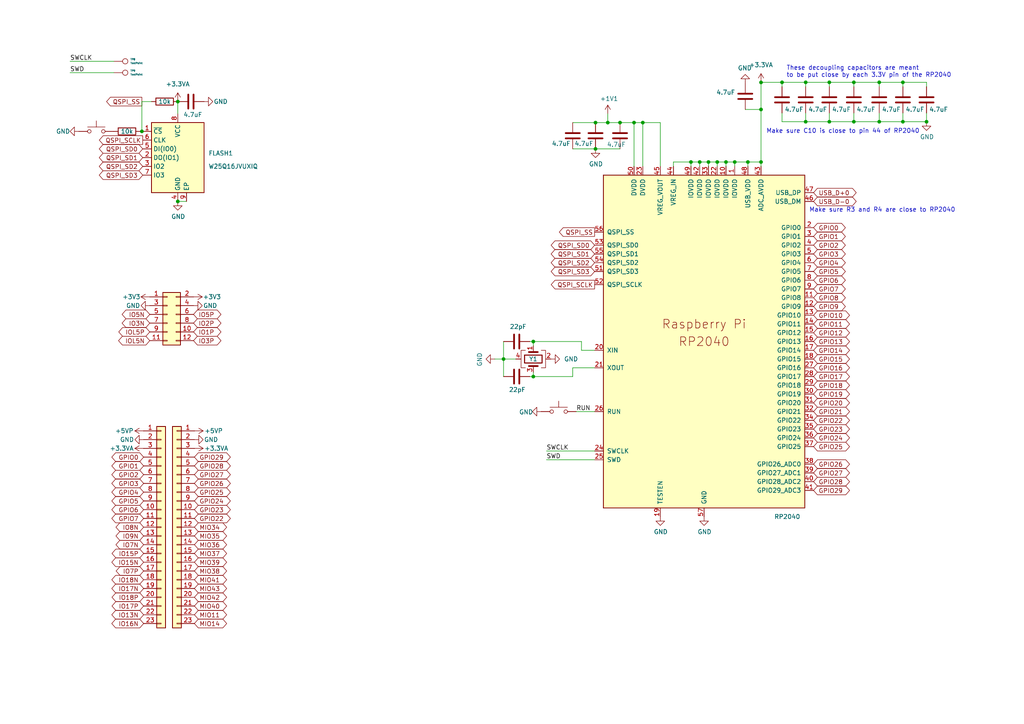
<source format=kicad_sch>
(kicad_sch (version 20231120) (generator "eeschema") (generator_version "8.0")
  (paper "A4")
  (lib_symbols
    (symbol "Connector:TestPoint" (pin_numbers hide) (pin_names (offset 0.762) hide)
      (property "Reference" "TP" (at 0 6.858 0))
      (property "Value" "TestPoint" (at 0 5.08 0))
      (symbol "TestPoint_0_1"
        (circle (center 0 3.302) (radius 0.762))
      )
      (symbol "TestPoint_1_1"
        (pin passive line (at 0 0 90) (length 2.54) (name "1") (number "1"))
      )
    )
    (symbol "Connector_Generic_MountingPin:Conn_01x23_MountingPin" (pin_names (offset 1.016) hide)
      (property "Reference" "J4" (at 2.286 0.9145 0))
      (property "Value" "Conn_01x23_MountingPin" (at 2.286 -1.6255 0))
      (symbol "Conn_01x23_MountingPin_1_1"
        (rectangle (start -1.27 -27.813) (end 0 -28.067) (stroke (width 0.1524)))
        (rectangle (start -1.27 -25.273) (end 0 -25.527) (stroke (width 0.1524)))
        (rectangle (start -1.27 -22.733) (end 0 -22.987) (stroke (width 0.1524)))
        (rectangle (start -1.27 -20.193) (end 0 -20.447) (stroke (width 0.1524)))
        (rectangle (start -1.27 -17.653) (end 0 -17.907) (stroke (width 0.1524)))
        (rectangle (start -1.27 -15.113) (end 0 -15.367) (stroke (width 0.1524)))
        (rectangle (start -1.27 -12.573) (end 0 -12.827) (stroke (width 0.1524)))
        (rectangle (start -1.27 -10.033) (end 0 -10.287) (stroke (width 0.1524)))
        (rectangle (start -1.27 -7.493) (end 0 -7.747) (stroke (width 0.1524)))
        (rectangle (start -1.27 -4.953) (end 0 -5.207) (stroke (width 0.1524)))
        (rectangle (start -1.27 -2.413) (end 0 -2.667) (stroke (width 0.1524)))
        (rectangle (start -1.27 0.127) (end 0 -0.127) (stroke (width 0.1524)))
        (rectangle (start -1.27 2.667) (end 0 2.413) (stroke (width 0.1524)))
        (rectangle (start -1.27 5.207) (end 0 4.953) (stroke (width 0.1524)))
        (rectangle (start -1.27 7.747) (end 0 7.493) (stroke (width 0.1524)))
        (rectangle (start -1.27 10.287) (end 0 10.033) (stroke (width 0.1524)))
        (rectangle (start -1.27 12.827) (end 0 12.573) (stroke (width 0.1524)))
        (rectangle (start -1.27 15.367) (end 0 15.113) (stroke (width 0.1524)))
        (rectangle (start -1.27 17.907) (end 0 17.653) (stroke (width 0.1524)))
        (rectangle (start -1.27 20.447) (end 0 20.193) (stroke (width 0.1524)))
        (rectangle (start -1.27 22.987) (end 0 22.733) (stroke (width 0.1524)))
        (rectangle (start -1.27 25.527) (end 0 25.273) (stroke (width 0.1524)))
        (rectangle (start -1.27 28.067) (end 0 27.813) (stroke (width 0.1524)))
        (rectangle (start -1.27 29.21) (end 1.27 -29.21) (stroke (width 0.254)) (fill (type background)))
        (pin passive line (at -5.08 27.94 0) (length 3.81) (name "Pin_1") (number "1"))
        (pin passive line (at -5.08 5.08 0) (length 3.81) (name "Pin_10") (number "10"))
        (pin passive line (at -5.08 2.54 0) (length 3.81) (name "Pin_11") (number "11"))
        (pin passive line (at -5.08 0 0) (length 3.81) (name "Pin_12") (number "12"))
        (pin passive line (at -5.08 -2.54 0) (length 3.81) (name "Pin_13") (number "13"))
        (pin passive line (at -5.08 -5.08 0) (length 3.81) (name "Pin_14") (number "14"))
        (pin passive line (at -5.08 -7.62 0) (length 3.81) (name "Pin_15") (number "15"))
        (pin passive line (at -5.08 -10.16 0) (length 3.81) (name "Pin_16") (number "16"))
        (pin passive line (at -5.08 -12.7 0) (length 3.81) (name "Pin_17") (number "17"))
        (pin passive line (at -5.08 -15.24 0) (length 3.81) (name "Pin_18") (number "18"))
        (pin passive line (at -5.08 -17.78 0) (length 3.81) (name "Pin_19") (number "19"))
        (pin passive line (at -5.08 25.4 0) (length 3.81) (name "Pin_2") (number "2"))
        (pin passive line (at -5.08 -20.32 0) (length 3.81) (name "Pin_20") (number "20"))
        (pin passive line (at -5.08 -22.86 0) (length 3.81) (name "Pin_21") (number "21"))
        (pin passive line (at -5.08 -25.4 0) (length 3.81) (name "Pin_22") (number "22"))
        (pin passive line (at -5.08 -27.94 0) (length 3.81) (name "Pin_23") (number "23"))
        (pin passive line (at -5.08 22.86 0) (length 3.81) (name "Pin_3") (number "3"))
        (pin passive line (at -5.08 20.32 0) (length 3.81) (name "Pin_4") (number "4"))
        (pin passive line (at -5.08 17.78 0) (length 3.81) (name "Pin_5") (number "5"))
        (pin passive line (at -5.08 15.24 0) (length 3.81) (name "Pin_6") (number "6"))
        (pin passive line (at -5.08 12.7 0) (length 3.81) (name "Pin_7") (number "7"))
        (pin passive line (at -5.08 10.16 0) (length 3.81) (name "Pin_8") (number "8"))
        (pin passive line (at -5.08 7.62 0) (length 3.81) (name "Pin_9") (number "9"))
      )
    )
    (symbol "Connector_Generic_MountingPin:Conn_02x06_Odd_Even_MountingPin" (pin_names (offset 1.016) hide)
      (property "Reference" "J3" (at 1.27 11.176 0))
      (property "Value" "Conn_02x06_Odd_Even_MountingPin" (at 1.27 8.636 0))
      (symbol "Conn_02x06_Odd_Even_MountingPin_1_1"
        (rectangle (start -1.27 -7.493) (end 0 -7.747) (stroke (width 0.1524)))
        (rectangle (start -1.27 -4.953) (end 0 -5.207) (stroke (width 0.1524)))
        (rectangle (start -1.27 -2.413) (end 0 -2.667) (stroke (width 0.1524)))
        (rectangle (start -1.27 0.127) (end 0 -0.127) (stroke (width 0.1524)))
        (rectangle (start -1.27 2.667) (end 0 2.413) (stroke (width 0.1524)))
        (rectangle (start -1.27 5.207) (end 0 4.953) (stroke (width 0.1524)))
        (rectangle (start -1.27 6.35) (end 3.81 -8.89) (stroke (width 0.254)) (fill (type background)))
        (rectangle (start 3.81 -7.493) (end 2.54 -7.747) (stroke (width 0.1524)))
        (rectangle (start 3.81 -4.953) (end 2.54 -5.207) (stroke (width 0.1524)))
        (rectangle (start 3.81 -2.413) (end 2.54 -2.667) (stroke (width 0.1524)))
        (rectangle (start 3.81 0.127) (end 2.54 -0.127) (stroke (width 0.1524)))
        (rectangle (start 3.81 2.667) (end 2.54 2.413) (stroke (width 0.1524)))
        (rectangle (start 3.81 5.207) (end 2.54 4.953) (stroke (width 0.1524)))
        (pin passive line (at -5.08 5.08 0) (length 3.81) (name "Pin_1") (number "1"))
        (pin passive line (at 7.62 -5.08 180) (length 3.81) (name "Pin_10") (number "10"))
        (pin passive line (at -5.08 -7.62 0) (length 3.81) (name "Pin_11") (number "11"))
        (pin passive line (at 7.62 -7.62 180) (length 3.81) (name "Pin_12") (number "12"))
        (pin passive line (at 7.62 5.08 180) (length 3.81) (name "Pin_2") (number "2"))
        (pin passive line (at -5.08 2.54 0) (length 3.81) (name "Pin_3") (number "3"))
        (pin passive line (at 7.62 2.54 180) (length 3.81) (name "Pin_4") (number "4"))
        (pin passive line (at -5.08 0 0) (length 3.81) (name "Pin_5") (number "5"))
        (pin passive line (at 7.62 0 180) (length 3.81) (name "Pin_6") (number "6"))
        (pin passive line (at -5.08 -2.54 0) (length 3.81) (name "Pin_7") (number "7"))
        (pin passive line (at 7.62 -2.54 180) (length 3.81) (name "Pin_8") (number "8"))
        (pin passive line (at -5.08 -5.08 0) (length 3.81) (name "Pin_9") (number "9"))
      )
    )
    (symbol "Device:C" (pin_numbers hide) (pin_names (offset 0.254))
      (property "Reference" "C" (at 0.635 2.54 0))
      (property "Value" "C" (at 0.635 -2.54 0))
      (symbol "C_0_1"
        (polyline (pts (xy -2.032 -0.762) (xy 2.032 -0.762)) (stroke (width 0.508)))
        (polyline (pts (xy -2.032 0.762) (xy 2.032 0.762)) (stroke (width 0.508)))
      )
      (symbol "C_1_1"
        (pin passive line (at 0 3.81 270) (length 2.794) (name "~") (number "1"))
        (pin passive line (at 0 -3.81 90) (length 2.794) (name "~") (number "2"))
      )
    )
    (symbol "Device:Crystal_GND24" (pin_names (offset 1.016) hide)
      (property "Reference" "Y" (at 3.175 5.08 0))
      (property "Value" "Crystal_GND24" (at 3.175 3.175 0))
      (symbol "Crystal_GND24_0_1"
        (rectangle (start -1.143 2.54) (end 1.143 -2.54) (stroke (width 0.3048)))
        (polyline (pts (xy -2.54 0) (xy -2.032 0)))
        (polyline (pts (xy -2.032 -1.27) (xy -2.032 1.27)) (stroke (width 0.508)))
        (polyline (pts (xy 0 -3.81) (xy 0 -3.556)))
        (polyline (pts (xy 0 3.556) (xy 0 3.81)))
        (polyline (pts (xy 2.032 -1.27) (xy 2.032 1.27)) (stroke (width 0.508)))
        (polyline (pts (xy 2.032 0) (xy 2.54 0)))
        (polyline (pts (xy -2.54 -2.286) (xy -2.54 -3.556) (xy 2.54 -3.556) (xy 2.54 -2.286)))
        (polyline (pts (xy -2.54 2.286) (xy -2.54 3.556) (xy 2.54 3.556) (xy 2.54 2.286)))
      )
      (symbol "Crystal_GND24_1_1"
        (pin passive line (at -3.81 0 0) (length 1.27) (name "1") (number "1"))
        (pin passive line (at 0 5.08 270) (length 1.27) (name "2") (number "2"))
        (pin passive line (at 3.81 0 180) (length 1.27) (name "3") (number "3"))
        (pin passive line (at 0 -5.08 90) (length 1.27) (name "4") (number "4"))
      )
    )
    (symbol "Device:R" (pin_numbers hide) (pin_names (offset 0))
      (property "Reference" "R" (at 2.032 0 90))
      (property "Value" "R" (at 0 0 90))
      (symbol "R_0_1"
        (rectangle (start -1.016 -2.54) (end 1.016 2.54) (stroke (width 0.254)))
      )
      (symbol "R_1_1"
        (pin passive line (at 0 3.81 270) (length 1.27) (name "~") (number "1"))
        (pin passive line (at 0 -3.81 90) (length 1.27) (name "~") (number "2"))
      )
    )
    (symbol "MCU_RaspberryPi_RP2040:RP2040" (pin_names (offset 1.016))
      (property "Reference" "U" (at -29.21 49.53 0))
      (property "Value" "RP2040" (at 24.13 -49.53 0))
      (symbol "RP2040_0_0"
        (text "Raspberry Pi" (at 0 5.08 0) (effects (font (size 2.54 2.54))))
        (text "RP2040" (at 0 0 0) (effects (font (size 2.54 2.54))))
      )
      (symbol "RP2040_0_1"
        (rectangle (start 29.21 48.26) (end -29.21 -48.26) (stroke (width 0.254)) (fill (type background)))
      )
      (symbol "RP2040_1_1"
        (pin power_in line (at 8.89 50.8 270) (length 2.54) (name "IOVDD") (number "1"))
        (pin power_in line (at 6.35 50.8 270) (length 2.54) (name "IOVDD") (number "10"))
        (pin bidirectional line (at 31.75 12.7 180) (length 2.54) (name "GPIO8") (number "11"))
        (pin bidirectional line (at 31.75 10.16 180) (length 2.54) (name "GPIO9") (number "12"))
        (pin bidirectional line (at 31.75 7.62 180) (length 2.54) (name "GPIO10") (number "13"))
        (pin bidirectional line (at 31.75 5.08 180) (length 2.54) (name "GPIO11") (number "14"))
        (pin bidirectional line (at 31.75 2.54 180) (length 2.54) (name "GPIO12") (number "15"))
        (pin bidirectional line (at 31.75 0 180) (length 2.54) (name "GPIO13") (number "16"))
        (pin bidirectional line (at 31.75 -2.54 180) (length 2.54) (name "GPIO14") (number "17"))
        (pin bidirectional line (at 31.75 -5.08 180) (length 2.54) (name "GPIO15") (number "18"))
        (pin passive line (at -12.7 -50.8 90) (length 2.54) (name "TESTEN") (number "19"))
        (pin bidirectional line (at 31.75 33.02 180) (length 2.54) (name "GPIO0") (number "2"))
        (pin input line (at -31.75 -2.54 0) (length 2.54) (name "XIN") (number "20"))
        (pin passive line (at -31.75 -7.62 0) (length 2.54) (name "XOUT") (number "21"))
        (pin power_in line (at 3.81 50.8 270) (length 2.54) (name "IOVDD") (number "22"))
        (pin power_in line (at -17.78 50.8 270) (length 2.54) (name "DVDD") (number "23"))
        (pin output line (at -31.75 -31.75 0) (length 2.54) (name "SWCLK") (number "24"))
        (pin bidirectional line (at -31.75 -34.29 0) (length 2.54) (name "SWD") (number "25"))
        (pin input line (at -31.75 -20.32 0) (length 2.54) (name "RUN") (number "26"))
        (pin bidirectional line (at 31.75 -7.62 180) (length 2.54) (name "GPIO16") (number "27"))
        (pin bidirectional line (at 31.75 -10.16 180) (length 2.54) (name "GPIO17") (number "28"))
        (pin bidirectional line (at 31.75 -12.7 180) (length 2.54) (name "GPIO18") (number "29"))
        (pin bidirectional line (at 31.75 30.48 180) (length 2.54) (name "GPIO1") (number "3"))
        (pin bidirectional line (at 31.75 -15.24 180) (length 2.54) (name "GPIO19") (number "30"))
        (pin bidirectional line (at 31.75 -17.78 180) (length 2.54) (name "GPIO20") (number "31"))
        (pin bidirectional line (at 31.75 -20.32 180) (length 2.54) (name "GPIO21") (number "32"))
        (pin power_in line (at 1.27 50.8 270) (length 2.54) (name "IOVDD") (number "33"))
        (pin bidirectional line (at 31.75 -22.86 180) (length 2.54) (name "GPIO22") (number "34"))
        (pin bidirectional line (at 31.75 -25.4 180) (length 2.54) (name "GPIO23") (number "35"))
        (pin bidirectional line (at 31.75 -27.94 180) (length 2.54) (name "GPIO24") (number "36"))
        (pin bidirectional line (at 31.75 -30.48 180) (length 2.54) (name "GPIO25") (number "37"))
        (pin bidirectional line (at 31.75 -35.56 180) (length 2.54) (name "GPIO26_ADC0") (number "38"))
        (pin bidirectional line (at 31.75 -38.1 180) (length 2.54) (name "GPIO27_ADC1") (number "39"))
        (pin bidirectional line (at 31.75 27.94 180) (length 2.54) (name "GPIO2") (number "4"))
        (pin bidirectional line (at 31.75 -40.64 180) (length 2.54) (name "GPIO28_ADC2") (number "40"))
        (pin bidirectional line (at 31.75 -43.18 180) (length 2.54) (name "GPIO29_ADC3") (number "41"))
        (pin power_in line (at -1.27 50.8 270) (length 2.54) (name "IOVDD") (number "42"))
        (pin power_in line (at 16.51 50.8 270) (length 2.54) (name "ADC_AVDD") (number "43"))
        (pin power_in line (at -8.89 50.8 270) (length 2.54) (name "VREG_IN") (number "44"))
        (pin power_out line (at -12.7 50.8 270) (length 2.54) (name "VREG_VOUT") (number "45"))
        (pin bidirectional line (at 31.75 40.64 180) (length 2.54) (name "USB_DM") (number "46"))
        (pin bidirectional line (at 31.75 43.18 180) (length 2.54) (name "USB_DP") (number "47"))
        (pin power_in line (at 12.7 50.8 270) (length 2.54) (name "USB_VDD") (number "48"))
        (pin power_in line (at -3.81 50.8 270) (length 2.54) (name "IOVDD") (number "49"))
        (pin bidirectional line (at 31.75 25.4 180) (length 2.54) (name "GPIO3") (number "5"))
        (pin power_in line (at -20.32 50.8 270) (length 2.54) (name "DVDD") (number "50"))
        (pin bidirectional line (at -31.75 20.32 0) (length 2.54) (name "QSPI_SD3") (number "51"))
        (pin output line (at -31.75 16.51 0) (length 2.54) (name "QSPI_SCLK") (number "52"))
        (pin bidirectional line (at -31.75 27.94 0) (length 2.54) (name "QSPI_SD0") (number "53"))
        (pin bidirectional line (at -31.75 22.86 0) (length 2.54) (name "QSPI_SD2") (number "54"))
        (pin bidirectional line (at -31.75 25.4 0) (length 2.54) (name "QSPI_SD1") (number "55"))
        (pin bidirectional line (at -31.75 31.75 0) (length 2.54) (name "QSPI_SS") (number "56"))
        (pin power_in line (at 0 -50.8 90) (length 2.54) (name "GND") (number "57"))
        (pin bidirectional line (at 31.75 22.86 180) (length 2.54) (name "GPIO4") (number "6"))
        (pin bidirectional line (at 31.75 20.32 180) (length 2.54) (name "GPIO5") (number "7"))
        (pin bidirectional line (at 31.75 17.78 180) (length 2.54) (name "GPIO6") (number "8"))
        (pin bidirectional line (at 31.75 15.24 180) (length 2.54) (name "GPIO7") (number "9"))
      )
    )
    (symbol "Memory_Flash:W25Q32JVZP"
      (property "Reference" "U" (at -6.35 11.43 0))
      (property "Value" "W25Q32JVZP" (at 7.62 11.43 0))
      (symbol "W25Q32JVZP_0_1"
        (rectangle (start -7.62 10.16) (end 7.62 -10.16) (stroke (width 0.254)) (fill (type background)))
      )
      (symbol "W25Q32JVZP_1_1"
        (pin input line (at -10.16 7.62 0) (length 2.54) (name "~{CS}") (number "1"))
        (pin bidirectional line (at -10.16 0 0) (length 2.54) (name "DO(IO1)") (number "2"))
        (pin bidirectional line (at -10.16 -2.54 0) (length 2.54) (name "IO2") (number "3"))
        (pin power_in line (at 0 -12.7 90) (length 2.54) (name "GND") (number "4"))
        (pin bidirectional line (at -10.16 2.54 0) (length 2.54) (name "DI(IO0)") (number "5"))
        (pin input line (at -10.16 5.08 0) (length 2.54) (name "CLK") (number "6"))
        (pin bidirectional line (at -10.16 -5.08 0) (length 2.54) (name "IO3") (number "7"))
        (pin power_in line (at 0 12.7 270) (length 2.54) (name "VCC") (number "8"))
        (pin passive line (at 2.54 -12.7 90) (length 2.54) (name "EP") (number "9"))
      )
    )
    (symbol "Switch:SW_Push" (pin_numbers hide) (pin_names (offset 1.016) hide)
      (property "Reference" "SW" (at 1.27 2.54 0))
      (property "Value" "SW_Push" (at 0 -1.524 0))
      (symbol "SW_Push_0_1"
        (circle (center -2.032 0) (radius 0.508))
        (polyline (pts (xy 0 1.27) (xy 0 3.048)))
        (polyline (pts (xy 2.54 1.27) (xy -2.54 1.27)))
        (circle (center 2.032 0) (radius 0.508))
        (pin passive line (at -5.08 0 0) (length 2.54) (name "1") (number "1"))
        (pin passive line (at 5.08 0 180) (length 2.54) (name "2") (number "2"))
      )
    )
    (symbol "power:+1V1" (power) (pin_names (offset 0))
      (property "Value" "+1V1" (at 0 3.556 0))
      (symbol "+1V1_0_1"
        (polyline (pts (xy -0.762 1.27) (xy 0 2.54)))
        (polyline (pts (xy 0 0) (xy 0 2.54)))
        (polyline (pts (xy 0 2.54) (xy 0.762 1.27)))
      )
      (symbol "+1V1_1_1"
        (pin power_in line (at 0 0 90) (length 0) hide (name "+1V1") (number "1"))
      )
    )
    (symbol "power:+3.3VA" (power) (pin_numbers hide) (pin_names (offset 0) hide)
      (property "Value" "+3.3VA" (at 0 3.556 0))
      (symbol "+3.3VA_0_1"
        (polyline (pts (xy -0.762 1.27) (xy 0 2.54)))
        (polyline (pts (xy 0 0) (xy 0 2.54)))
        (polyline (pts (xy 0 2.54) (xy 0.762 1.27)))
      )
      (symbol "+3.3VA_1_1"
        (pin power_in line (at 0 0 90) (length 0) (name "~") (number "1"))
      )
    )
    (symbol "power:+3V3" (power) (pin_names (offset 0))
      (property "Value" "+3V3" (at 0 3.556 0))
      (symbol "+3V3_0_1"
        (polyline (pts (xy -0.762 1.27) (xy 0 2.54)))
        (polyline (pts (xy 0 0) (xy 0 2.54)))
        (polyline (pts (xy 0 2.54) (xy 0.762 1.27)))
      )
      (symbol "+3V3_1_1"
        (pin power_in line (at 0 0 90) (length 0) hide (name "+3V3") (number "1"))
      )
    )
    (symbol "power:+5VP" (power) (pin_numbers hide) (pin_names (offset 0) hide)
      (property "Value" "+5VP" (at 0 3.556 0))
      (symbol "+5VP_0_1"
        (polyline (pts (xy -0.762 1.27) (xy 0 2.54)))
        (polyline (pts (xy 0 0) (xy 0 2.54)))
        (polyline (pts (xy 0 2.54) (xy 0.762 1.27)))
      )
      (symbol "+5VP_1_1"
        (pin power_in line (at 0 0 90) (length 0) (name "~") (number "1"))
      )
    )
    (symbol "power:GND" (power) (pin_names (offset 0))
      (property "Value" "GND" (at 0 -3.81 0))
      (symbol "GND_0_1"
        (polyline (pts (xy 0 0) (xy 0 -1.27) (xy 1.27 -1.27) (xy 0 -2.54) (xy -1.27 -1.27) (xy 0 -1.27)))
      )
      (symbol "GND_1_1"
        (pin power_in line (at 0 0 270) (length 0) hide (name "GND") (number "1"))
      )
    )
  )
  (junction (at 210.566 46.99))
  (junction (at 183.896 35.56))
  (junction (at 220.726 31.75))
  (junction (at 202.946 46.99))
  (junction (at 172.72 35.56))
  (junction (at 240.538 35.306))
  (junction (at 233.68 35.306))
  (junction (at 261.874 23.876))
  (junction (at 255.016 23.876))
  (junction (at 179.832 35.56))
  (junction (at 172.72 43.18))
  (junction (at 51.562 58.42))
  (junction (at 176.276 35.56))
  (junction (at 220.726 46.99))
  (junction (at 200.406 46.99))
  (junction (at 247.65 35.306))
  (junction (at 208.026 46.99))
  (junction (at 205.486 46.99))
  (junction (at 226.822 23.876))
  (junction (at 51.562 29.464))
  (junction (at 154.686 99.06))
  (junction (at 261.874 35.306))
  (junction (at 240.538 23.876))
  (junction (at 233.68 23.876))
  (junction (at 213.106 46.99))
  (junction (at 220.726 23.9028))
  (junction (at 268.732 35.306))
  (junction (at 216.916 46.99))
  (junction (at 146.05 104.14))
  (junction (at 255.016 35.306))
  (junction (at 41.148 38.1))
  (junction (at 154.686 109.22))
  (junction (at 247.65 23.876))
  (junction (at 186.436 35.56))
  (wire (pts (xy 247.65 23.876) (xy 255.016 23.876)))
  (wire (pts (xy 216.916 46.99) (xy 216.916 48.26)))
  (wire (pts (xy 261.874 32.766) (xy 261.874 35.306)))
  (wire (pts (xy 268.732 23.876) (xy 268.732 25.146)))
  (wire (pts (xy 261.874 35.306) (xy 255.016 35.306)))
  (wire (pts (xy 202.946 46.99) (xy 205.486 46.99)))
  (wire (pts (xy 191.516 48.26) (xy 191.516 35.56)))
  (wire (pts (xy 226.822 35.306) (xy 233.68 35.306)))
  (wire (pts (xy 195.326 46.99) (xy 200.406 46.99)))
  (wire (pts (xy 213.106 46.99) (xy 213.106 48.26)))
  (wire (pts (xy 240.538 25.146) (xy 240.538 23.876)))
  (wire (pts (xy 233.68 25.146) (xy 233.68 23.876)))
  (wire (pts (xy 146.05 104.14) (xy 149.606 104.14)))
  (wire (pts (xy 33.02 17.78) (xy 20.32 17.78)))
  (wire (pts (xy 176.276 35.56) (xy 179.832 35.56)))
  (wire (pts (xy 154.686 99.06) (xy 154.686 100.33)))
  (wire (pts (xy 176.276 33.02) (xy 176.276 35.56)))
  (wire (pts (xy 210.566 46.99) (xy 213.106 46.99)))
  (wire (pts (xy 146.05 109.22) (xy 146.05 104.14)))
  (wire (pts (xy 146.05 104.14) (xy 146.05 99.06)))
  (wire (pts (xy 226.822 32.766) (xy 226.822 35.306)))
  (wire (pts (xy 168.656 101.6) (xy 172.466 101.6)))
  (wire (pts (xy 167.132 119.38) (xy 172.466 119.38)))
  (wire (pts (xy 154.686 109.22) (xy 166.116 109.22)))
  (wire (pts (xy 205.486 46.99) (xy 205.486 48.26)))
  (wire (pts (xy 40.64 38.1) (xy 41.148 38.1)))
  (wire (pts (xy 233.68 23.876) (xy 240.538 23.876)))
  (wire (pts (xy 220.726 23.876) (xy 220.726 23.9028)))
  (wire (pts (xy 255.016 25.146) (xy 255.016 23.876)))
  (wire (pts (xy 153.67 99.06) (xy 154.686 99.06)))
  (wire (pts (xy 210.566 46.99) (xy 210.566 48.26)))
  (wire (pts (xy 153.67 109.22) (xy 154.686 109.22)))
  (wire (pts (xy 41.148 38.1) (xy 41.402 38.1)))
  (wire (pts (xy 268.732 32.766) (xy 268.732 35.306)))
  (wire (pts (xy 255.016 23.876) (xy 261.874 23.876)))
  (wire (pts (xy 216.154 31.75) (xy 220.726 31.75)))
  (wire (pts (xy 154.686 107.95) (xy 154.686 109.22)))
  (wire (pts (xy 172.466 133.35) (xy 158.496 133.35)))
  (wire (pts (xy 172.72 35.56) (xy 176.276 35.56)))
  (wire (pts (xy 186.436 48.26) (xy 186.436 35.56)))
  (wire (pts (xy 247.65 25.146) (xy 247.65 23.876)))
  (wire (pts (xy 200.406 46.99) (xy 202.946 46.99)))
  (wire (pts (xy 261.874 23.876) (xy 261.874 25.146)))
  (wire (pts (xy 255.016 35.306) (xy 247.65 35.306)))
  (wire (pts (xy 240.538 32.766) (xy 240.538 35.306)))
  (wire (pts (xy 186.436 35.56) (xy 183.896 35.56)))
  (wire (pts (xy 213.106 46.99) (xy 216.916 46.99)))
  (wire (pts (xy 226.822 23.876) (xy 233.68 23.876)))
  (wire (pts (xy 172.72 43.18) (xy 179.832 43.18)))
  (wire (pts (xy 172.466 130.81) (xy 158.496 130.81)))
  (wire (pts (xy 220.726 23.876) (xy 226.822 23.876)))
  (wire (pts (xy 166.116 35.56) (xy 172.72 35.56)))
  (wire (pts (xy 179.832 35.56) (xy 183.896 35.56)))
  (wire (pts (xy 166.116 43.18) (xy 172.72 43.18)))
  (wire (pts (xy 166.116 109.22) (xy 166.116 106.68)))
  (wire (pts (xy 220.726 31.75) (xy 220.726 46.99)))
  (wire (pts (xy 216.916 46.99) (xy 220.726 46.99)))
  (wire (pts (xy 255.016 32.766) (xy 255.016 35.306)))
  (wire (pts (xy 226.822 25.146) (xy 226.822 23.876)))
  (wire (pts (xy 247.65 32.766) (xy 247.65 35.306)))
  (wire (pts (xy 208.026 46.99) (xy 210.566 46.99)))
  (wire (pts (xy 205.486 46.99) (xy 208.026 46.99)))
  (wire (pts (xy 233.68 35.306) (xy 233.68 32.766)))
  (wire (pts (xy 200.406 46.99) (xy 200.406 48.26)))
  (wire (pts (xy 166.116 106.68) (xy 172.466 106.68)))
  (wire (pts (xy 41.148 29.464) (xy 43.942 29.464)))
  (wire (pts (xy 220.726 46.99) (xy 220.726 48.26)))
  (wire (pts (xy 143.51 104.14) (xy 146.05 104.14)))
  (wire (pts (xy 41.148 29.464) (xy 41.148 38.1)))
  (wire (pts (xy 51.562 29.464) (xy 51.562 33.02)))
  (wire (pts (xy 154.686 99.06) (xy 168.656 99.06)))
  (wire (pts (xy 261.874 35.306) (xy 268.732 35.306)))
  (wire (pts (xy 240.538 23.876) (xy 247.65 23.876)))
  (wire (pts (xy 202.946 46.99) (xy 202.946 48.26)))
  (wire (pts (xy 195.326 46.99) (xy 195.326 48.26)))
  (wire (pts (xy 183.896 35.56) (xy 183.896 48.26)))
  (wire (pts (xy 233.68 35.306) (xy 240.538 35.306)))
  (wire (pts (xy 191.516 35.56) (xy 186.436 35.56)))
  (wire (pts (xy 208.026 46.99) (xy 208.026 48.26)))
  (wire (pts (xy 20.32 21.082) (xy 33.02 21.082)))
  (wire (pts (xy 51.562 58.42) (xy 54.102 58.42)))
  (wire (pts (xy 247.65 35.306) (xy 240.538 35.306)))
  (wire (pts (xy 168.656 101.6) (xy 168.656 99.06)))
  (wire (pts (xy 261.874 23.876) (xy 268.732 23.876)))
  (wire (pts (xy 220.726 23.9028) (xy 220.726 31.75)))
  (text "Make sure C10 is close to pin 44 of RP2040" (at 222.25 38.862 0) (effects (font (size 1.27 1.27)) (justify left bottom)))
  (text "These decoupling capacitors are meant\nto be put close by each 3.3V pin of the RP2040" (at 228.092 22.606 0) (effects (font (size 1.27 1.27)) (justify left bottom)))
  (text "Make sure R3 and R4 are close to RP2040" (at 234.696 61.722 0) (effects (font (size 1.27 1.27)) (justify left bottom)))
  (label "SWD" (at 158.496 133.35 0))
  (label "SWCLK" (at 158.496 130.81 0))
  (label "SWCLK" (at 20.32 17.78 0))
  (label "SWD" (at 20.32 21.082 0))
  (label "RUN" (at 167.132 119.38 0))
  (global_label "GPIO26" (shape bidirectional) (at 56.388 140.208 0) (property "Intersheetrefs" "${INTERSHEET_REFS}" (effects (hide yes))))
  (global_label "IO1P" (shape bidirectional) (at 56.134 96.266 0) (property "Intersheetrefs" "${INTERSHEET_REFS}" (effects (hide yes))))
  (global_label "GPIO21" (shape bidirectional) (at 235.966 119.38 0) (property "Intersheetrefs" "${INTERSHEET_REFS}" (effects (hide yes))))
  (global_label "GPIO13" (shape bidirectional) (at 235.966 99.06 0) (property "Intersheetrefs" "${INTERSHEET_REFS}" (effects (hide yes))))
  (global_label "MIO43" (shape bidirectional) (at 56.388 170.688 0) (property "Intersheetrefs" "${INTERSHEET_REFS}" (effects (hide yes))))
  (global_label "QSPI_SD2" (shape bidirectional) (at 172.466 76.2 180) (property "Intersheetrefs" "${INTERSHEET_REFS}" (effects (hide yes))))
  (global_label "GPIO19" (shape bidirectional) (at 235.966 114.3 0) (property "Intersheetrefs" "${INTERSHEET_REFS}" (effects (hide yes))))
  (global_label "MIO11" (shape bidirectional) (at 56.388 178.308 0) (property "Intersheetrefs" "${INTERSHEET_REFS}" (effects (hide yes))))
  (global_label "GPIO7" (shape bidirectional) (at 41.656 150.368 180) (property "Intersheetrefs" "${INTERSHEET_REFS}" (effects (hide yes))))
  (global_label "GPIO23" (shape bidirectional) (at 235.966 124.46 0) (property "Intersheetrefs" "${INTERSHEET_REFS}" (effects (hide yes))))
  (global_label "MIO36" (shape bidirectional) (at 56.388 157.988 0) (property "Intersheetrefs" "${INTERSHEET_REFS}" (effects (hide yes))))
  (global_label "QSPI_SD3" (shape bidirectional) (at 172.466 78.74 180) (property "Intersheetrefs" "${INTERSHEET_REFS}" (effects (hide yes))))
  (global_label "GPIO23" (shape bidirectional) (at 56.388 147.828 0) (property "Intersheetrefs" "${INTERSHEET_REFS}" (effects (hide yes))))
  (global_label "GPIO2" (shape bidirectional) (at 235.966 71.12 0) (property "Intersheetrefs" "${INTERSHEET_REFS}" (effects (hide yes))))
  (global_label "GPIO11" (shape bidirectional) (at 235.966 93.98 0) (property "Intersheetrefs" "${INTERSHEET_REFS}" (effects (hide yes))))
  (global_label "QSPI_SD3" (shape bidirectional) (at 41.402 50.8 180) (property "Intersheetrefs" "${INTERSHEET_REFS}" (effects (hide yes))))
  (global_label "GPIO15" (shape bidirectional) (at 235.966 104.14 0) (property "Intersheetrefs" "${INTERSHEET_REFS}" (effects (hide yes))))
  (global_label "IO16N" (shape bidirectional) (at 41.656 180.848 180) (property "Intersheetrefs" "${INTERSHEET_REFS}" (effects (hide yes))))
  (global_label "GPIO29" (shape bidirectional) (at 235.966 142.24 0) (property "Intersheetrefs" "${INTERSHEET_REFS}" (effects (hide yes))))
  (global_label "QSPI_SCLK" (shape output) (at 41.402 40.64 180) (property "Intersheetrefs" "${INTERSHEET_REFS}" (effects (hide yes))))
  (global_label "GPIO3" (shape bidirectional) (at 235.966 73.66 0) (property "Intersheetrefs" "${INTERSHEET_REFS}" (effects (hide yes))))
  (global_label "IO3P" (shape bidirectional) (at 56.134 98.806 0) (property "Intersheetrefs" "${INTERSHEET_REFS}" (effects (hide yes))))
  (global_label "MIO39" (shape bidirectional) (at 56.388 163.068 0) (property "Intersheetrefs" "${INTERSHEET_REFS}" (effects (hide yes))))
  (global_label "GPIO2" (shape bidirectional) (at 41.656 137.668 180) (property "Intersheetrefs" "${INTERSHEET_REFS}" (effects (hide yes))))
  (global_label "QSPI_SD1" (shape bidirectional) (at 172.466 73.66 180) (property "Intersheetrefs" "${INTERSHEET_REFS}" (effects (hide yes))))
  (global_label "GPIO4" (shape bidirectional) (at 235.966 76.2 0) (property "Intersheetrefs" "${INTERSHEET_REFS}" (effects (hide yes))))
  (global_label "GPIO5" (shape bidirectional) (at 41.656 145.288 180) (property "Intersheetrefs" "${INTERSHEET_REFS}" (effects (hide yes))))
  (global_label "IO15P" (shape bidirectional) (at 41.656 160.528 180) (property "Intersheetrefs" "${INTERSHEET_REFS}" (effects (hide yes))))
  (global_label "MIO35" (shape bidirectional) (at 56.388 155.448 0) (property "Intersheetrefs" "${INTERSHEET_REFS}" (effects (hide yes))))
  (global_label "GPIO1" (shape bidirectional) (at 235.966 68.58 0) (property "Intersheetrefs" "${INTERSHEET_REFS}" (effects (hide yes))))
  (global_label "IO7P" (shape bidirectional) (at 41.656 165.608 180) (property "Intersheetrefs" "${INTERSHEET_REFS}" (effects (hide yes))))
  (global_label "GPIO28" (shape bidirectional) (at 235.966 139.7 0) (property "Intersheetrefs" "${INTERSHEET_REFS}" (effects (hide yes))))
  (global_label "IO15N" (shape bidirectional) (at 41.656 163.068 180) (property "Intersheetrefs" "${INTERSHEET_REFS}" (effects (hide yes))))
  (global_label "GPIO6" (shape bidirectional) (at 41.656 147.828 180) (property "Intersheetrefs" "${INTERSHEET_REFS}" (effects (hide yes))))
  (global_label "GPIO0" (shape bidirectional) (at 235.966 66.04 0) (property "Intersheetrefs" "${INTERSHEET_REFS}" (effects (hide yes))))
  (global_label "MIO37" (shape bidirectional) (at 56.388 160.528 0) (property "Intersheetrefs" "${INTERSHEET_REFS}" (effects (hide yes))))
  (global_label "MIO14" (shape bidirectional) (at 56.388 180.848 0) (property "Intersheetrefs" "${INTERSHEET_REFS}" (effects (hide yes))))
  (global_label "IO13N" (shape bidirectional) (at 41.656 178.308 180) (property "Intersheetrefs" "${INTERSHEET_REFS}" (effects (hide yes))))
  (global_label "USB_D-0" (shape bidirectional) (at 235.966 58.42 0) (property "Intersheetrefs" "${INTERSHEET_REFS}" (effects (hide yes))))
  (global_label "MIO38" (shape bidirectional) (at 56.388 165.608 0) (property "Intersheetrefs" "${INTERSHEET_REFS}" (effects (hide yes))))
  (global_label "USB_D+0" (shape bidirectional) (at 235.966 55.88 0) (property "Intersheetrefs" "${INTERSHEET_REFS}" (effects (hide yes))))
  (global_label "IO5P" (shape bidirectional) (at 56.134 91.186 0) (property "Intersheetrefs" "${INTERSHEET_REFS}" (effects (hide yes))))
  (global_label "GPIO14" (shape bidirectional) (at 235.966 101.6 0) (property "Intersheetrefs" "${INTERSHEET_REFS}" (effects (hide yes))))
  (global_label "GPIO18" (shape bidirectional) (at 235.966 111.76 0) (property "Intersheetrefs" "${INTERSHEET_REFS}" (effects (hide yes))))
  (global_label "QSPI_SD0" (shape bidirectional) (at 41.402 43.18 180) (property "Intersheetrefs" "${INTERSHEET_REFS}" (effects (hide yes))))
  (global_label "IO9N" (shape bidirectional) (at 41.656 155.448 180) (property "Intersheetrefs" "${INTERSHEET_REFS}" (effects (hide yes))))
  (global_label "GPIO27" (shape bidirectional) (at 235.966 137.16 0) (property "Intersheetrefs" "${INTERSHEET_REFS}" (effects (hide yes))))
  (global_label "QSPI_SD1" (shape bidirectional) (at 41.402 45.72 180) (property "Intersheetrefs" "${INTERSHEET_REFS}" (effects (hide yes))))
  (global_label "IO18P" (shape bidirectional) (at 41.656 173.228 180) (property "Intersheetrefs" "${INTERSHEET_REFS}" (effects (hide yes))))
  (global_label "IO2P" (shape bidirectional) (at 56.134 93.726 0) (property "Intersheetrefs" "${INTERSHEET_REFS}" (effects (hide yes))))
  (global_label "GPIO1" (shape bidirectional) (at 41.656 135.128 180) (property "Intersheetrefs" "${INTERSHEET_REFS}" (effects (hide yes))))
  (global_label "GPIO16" (shape bidirectional) (at 235.966 106.68 0) (property "Intersheetrefs" "${INTERSHEET_REFS}" (effects (hide yes))))
  (global_label "IO7N" (shape bidirectional) (at 41.656 157.988 180) (property "Intersheetrefs" "${INTERSHEET_REFS}" (effects (hide yes))))
  (global_label "IO17N" (shape bidirectional) (at 41.656 170.688 180) (property "Intersheetrefs" "${INTERSHEET_REFS}" (effects (hide yes))))
  (global_label "IO5N" (shape bidirectional) (at 43.434 91.186 180) (property "Intersheetrefs" "${INTERSHEET_REFS}" (effects (hide yes))))
  (global_label "GPIO0" (shape bidirectional) (at 41.656 132.588 180) (property "Intersheetrefs" "${INTERSHEET_REFS}" (effects (hide yes))))
  (global_label "GPIO8" (shape bidirectional) (at 235.966 86.36 0) (property "Intersheetrefs" "${INTERSHEET_REFS}" (effects (hide yes))))
  (global_label "GPIO25" (shape bidirectional) (at 235.966 129.54 0) (property "Intersheetrefs" "${INTERSHEET_REFS}" (effects (hide yes))))
  (global_label "GPIO26" (shape bidirectional) (at 235.966 134.62 0) (property "Intersheetrefs" "${INTERSHEET_REFS}" (effects (hide yes))))
  (global_label "GPIO17" (shape bidirectional) (at 235.966 109.22 0) (property "Intersheetrefs" "${INTERSHEET_REFS}" (effects (hide yes))))
  (global_label "GPIO10" (shape bidirectional) (at 235.966 91.44 0) (property "Intersheetrefs" "${INTERSHEET_REFS}" (effects (hide yes))))
  (global_label "IO17P" (shape bidirectional) (at 41.656 175.768 180) (property "Intersheetrefs" "${INTERSHEET_REFS}" (effects (hide yes))))
  (global_label "GPIO9" (shape bidirectional) (at 235.966 88.9 0) (property "Intersheetrefs" "${INTERSHEET_REFS}" (effects (hide yes))))
  (global_label "GPIO29" (shape bidirectional) (at 56.388 132.588 0) (property "Intersheetrefs" "${INTERSHEET_REFS}" (effects (hide yes))))
  (global_label "QSPI_SS" (shape output) (at 172.466 67.31 180) (property "Intersheetrefs" "${INTERSHEET_REFS}" (effects (hide yes))))
  (global_label "GPIO24" (shape bidirectional) (at 235.966 127 0) (property "Intersheetrefs" "${INTERSHEET_REFS}" (effects (hide yes))))
  (global_label "QSPI_SCLK" (shape output) (at 172.466 82.55 180) (property "Intersheetrefs" "${INTERSHEET_REFS}" (effects (hide yes))))
  (global_label "MIO42" (shape bidirectional) (at 56.388 173.228 0) (property "Intersheetrefs" "${INTERSHEET_REFS}" (effects (hide yes))))
  (global_label "QSPI_SS" (shape output) (at 41.148 29.464 180) (property "Intersheetrefs" "${INTERSHEET_REFS}" (effects (hide yes))))
  (global_label "GPIO20" (shape bidirectional) (at 235.966 116.84 0) (property "Intersheetrefs" "${INTERSHEET_REFS}" (effects (hide yes))))
  (global_label "IOL5P" (shape bidirectional) (at 43.434 96.266 180) (property "Intersheetrefs" "${INTERSHEET_REFS}" (effects (hide yes))))
  (global_label "QSPI_SD2" (shape bidirectional) (at 41.402 48.26 180) (property "Intersheetrefs" "${INTERSHEET_REFS}" (effects (hide yes))))
  (global_label "GPIO24" (shape bidirectional) (at 56.388 145.288 0) (property "Intersheetrefs" "${INTERSHEET_REFS}" (effects (hide yes))))
  (global_label "IO3N" (shape bidirectional) (at 43.434 93.726 180) (property "Intersheetrefs" "${INTERSHEET_REFS}" (effects (hide yes))))
  (global_label "MIO34" (shape bidirectional) (at 56.388 152.908 0) (property "Intersheetrefs" "${INTERSHEET_REFS}" (effects (hide yes))))
  (global_label "GPIO7" (shape bidirectional) (at 235.966 83.82 0) (property "Intersheetrefs" "${INTERSHEET_REFS}" (effects (hide yes))))
  (global_label "MIO40" (shape bidirectional) (at 56.388 175.768 0) (property "Intersheetrefs" "${INTERSHEET_REFS}" (effects (hide yes))))
  (global_label "MIO41" (shape bidirectional) (at 56.388 168.148 0) (property "Intersheetrefs" "${INTERSHEET_REFS}" (effects (hide yes))))
  (global_label "GPIO12" (shape bidirectional) (at 235.966 96.52 0) (property "Intersheetrefs" "${INTERSHEET_REFS}" (effects (hide yes))))
  (global_label "GPIO5" (shape bidirectional) (at 235.966 78.74 0) (property "Intersheetrefs" "${INTERSHEET_REFS}" (effects (hide yes))))
  (global_label "GPIO28" (shape bidirectional) (at 56.388 135.128 0) (property "Intersheetrefs" "${INTERSHEET_REFS}" (effects (hide yes))))
  (global_label "GPIO27" (shape bidirectional) (at 56.388 137.668 0) (property "Intersheetrefs" "${INTERSHEET_REFS}" (effects (hide yes))))
  (global_label "GPIO22" (shape bidirectional) (at 56.388 150.368 0) (property "Intersheetrefs" "${INTERSHEET_REFS}" (effects (hide yes))))
  (global_label "GPIO6" (shape bidirectional) (at 235.966 81.28 0) (property "Intersheetrefs" "${INTERSHEET_REFS}" (effects (hide yes))))
  (global_label "QSPI_SD0" (shape bidirectional) (at 172.466 71.12 180) (property "Intersheetrefs" "${INTERSHEET_REFS}" (effects (hide yes))))
  (global_label "GPIO25" (shape bidirectional) (at 56.388 142.748 0) (property "Intersheetrefs" "${INTERSHEET_REFS}" (effects (hide yes))))
  (global_label "IO8N" (shape bidirectional) (at 41.656 152.908 180) (property "Intersheetrefs" "${INTERSHEET_REFS}" (effects (hide yes))))
  (global_label "GPIO22" (shape bidirectional) (at 235.966 121.92 0) (property "Intersheetrefs" "${INTERSHEET_REFS}" (effects (hide yes))))
  (global_label "GPIO3" (shape bidirectional) (at 41.656 140.208 180) (property "Intersheetrefs" "${INTERSHEET_REFS}" (effects (hide yes))))
  (global_label "IO18N" (shape bidirectional) (at 41.656 168.148 180) (property "Intersheetrefs" "${INTERSHEET_REFS}" (effects (hide yes))))
  (global_label "IOL5N" (shape bidirectional) (at 43.434 98.806 180) (property "Intersheetrefs" "${INTERSHEET_REFS}" (effects (hide yes))))
  (global_label "GPIO4" (shape bidirectional) (at 41.656 142.748 180) (property "Intersheetrefs" "${INTERSHEET_REFS}" (effects (hide yes))))
  (symbol (lib_id "power:GND") (at 204.216 149.86 0) (unit 1)
    (property "Reference" "#PWR087" (effects (hide yes)))
    (property "Value" "GND" (at 204.343 154.2542 0))
  )
  (symbol (lib_id "power:+5VP") (at 56.388 124.968 270) (mirror x) (unit 1)
    (property "Reference" "#PWR092" (effects (hide yes)))
    (property "Value" "+5VP" (at 61.976 124.968 90))
    (property "Description" "Power symbol creates a global label with name \"+5VP\"" (effects (hide yes)))
  )
  (symbol (lib_id "power:GND") (at 56.134 88.646 90) (mirror x) (unit 1)
    (property "Reference" "#PWR099" (effects (hide yes)))
    (property "Value" "GND" (at 60.96 88.646 90))
  )
  (symbol (lib_id "Device:C") (at 233.68 28.956 0) (unit 1)
    (property "Reference" "C30" (effects (hide yes)))
    (property "Value" "4.7uF" (at 234.442 31.75 0) (effects (justify left)))
    (property "Footprint" "Capacitor_SMD:C_0402_1005Metric" (effects (hide yes)))
    (property "LCSC" " " (effects (hide yes)))
  )
  (symbol (lib_id "power:GND") (at 191.516 149.86 0) (unit 1)
    (property "Reference" "#PWR086" (effects (hide yes)))
    (property "Value" "GND" (at 191.643 154.2542 0))
  )
  (symbol (lib_id "Switch:SW_Push") (at 27.94 38.1 0) (mirror y) (unit 1)
    (property "Reference" "J2" (effects (hide yes)))
    (property "Value" "Button" (effects (hide yes)))
    (property "Footprint" "Button_Switch_SMD:SW_SPST_PTS810" (effects (hide yes)))
    (property "LCSC" " " (effects (hide yes)))
  )
  (symbol (lib_id "power:+3V3") (at 56.134 86.106 270) (mirror x) (unit 1)
    (property "Reference" "#PWR097" (effects (hide yes)))
    (property "Value" "+3V3" (at 61.468 86.106 90))
  )
  (symbol (lib_id "power:GND") (at 172.72 43.18 0) (unit 1)
    (property "Reference" "#PWR084" (effects (hide yes)))
    (property "Value" "GND" (at 172.847 47.5742 0))
  )
  (symbol (lib_id "power:+3.3VA") (at 220.726 23.9028 0) (unit 1)
    (property "Reference" "#PWR089" (effects (hide yes)))
    (property "Value" "+3.3VA" (at 220.726 18.8228 0))
    (property "Description" "Power symbol creates a global label with name \"+3.3VA\"" (effects (hide yes)))
  )
  (symbol (lib_id "Device:C") (at 255.016 28.956 0) (unit 1)
    (property "Reference" "C33" (effects (hide yes)))
    (property "Value" "4.7uF" (at 255.778 31.75 0) (effects (justify left)))
    (property "Footprint" "Capacitor_SMD:C_0402_1005Metric" (effects (hide yes)))
    (property "LCSC" " " (effects (hide yes)))
  )
  (symbol (lib_id "Device:C") (at 55.372 29.464 90) (unit 1)
    (property "Reference" "C38" (effects (hide yes)))
    (property "Value" "4.7uF" (at 58.674 33.274 90) (effects (justify left)))
    (property "Footprint" "Capacitor_SMD:C_0402_1005Metric" (effects (hide yes)))
    (property "LCSC" " " (effects (hide yes)))
  )
  (symbol (lib_id "power:GND") (at 22.86 38.1 270) (unit 1)
    (property "Reference" "#PWR098" (effects (hide yes)))
    (property "Value" "GND" (at 18.288 38.1 90))
  )
  (symbol (lib_id "Connector_Generic_MountingPin:Conn_01x23_MountingPin") (at 51.308 152.908 0) (mirror y) (unit 1)
    (property "Reference" "J5" (effects (hide yes)))
    (property "Value" "Conn_01x23_MountingPin" (effects (hide yes)))
    (property "Footprint" "Connector_PinHeader_2.54mm:PinHeader_1x23_P2.54mm_Vertical" (effects (hide yes)))
    (property "Description" "Generic connectable mounting pin connector, single row, 01x23, script generated (kicad-library-utils/schlib/autogen/connector/)" (effects (hide yes)))
  )
  (symbol (lib_id "Switch:SW_Push") (at 162.052 119.38 0) (mirror y) (unit 1)
    (property "Reference" "J1" (effects (hide yes)))
    (property "Value" "Button" (effects (hide yes)))
    (property "Footprint" "Button_Switch_SMD:SW_SPST_PTS810" (effects (hide yes)))
    (property "LCSC" " " (effects (hide yes)))
  )
  (symbol (lib_id "power:GND") (at 159.766 104.14 90) (unit 1)
    (property "Reference" "#PWR080" (effects (hide yes)))
    (property "Value" "GND" (at 163.576 104.1399 90) (effects (justify right)))
  )
  (symbol (lib_id "Device:R") (at 47.752 29.464 270) (unit 1)
    (property "Reference" "R37" (effects (hide yes)))
    (property "Value" "10k" (at 47.752 29.464 90))
    (property "Footprint" "Capacitor_SMD:C_0402_1005Metric" (effects (hide yes)))
    (property "Description" "Resistor" (effects (hide yes)))
  )
  (symbol (lib_id "Device:C") (at 261.874 28.956 0) (unit 1)
    (property "Reference" "C34" (effects (hide yes)))
    (property "Value" "4.7uF" (at 262.636 31.75 0) (effects (justify left)))
    (property "Footprint" "Capacitor_SMD:C_0402_1005Metric" (effects (hide yes)))
    (property "LCSC" " " (effects (hide yes)))
  )
  (symbol (lib_id "power:+3V3") (at 43.434 86.106 90) (unit 1)
    (property "Reference" "#PWR096" (effects (hide yes)))
    (property "Value" "+3V3" (at 38.1 86.106 90))
  )
  (symbol (lib_id "power:GND") (at 51.562 58.42 0) (unit 1)
    (property "Reference" "#PWR0101" (effects (hide yes)))
    (property "Value" "GND" (at 51.689 62.8142 0))
  )
  (symbol (lib_id "power:GND") (at 43.434 88.646 270) (unit 1)
    (property "Reference" "#PWR095" (effects (hide yes)))
    (property "Value" "GND" (at 38.608 88.646 90))
  )
  (symbol (lib_id "power:GND") (at 41.656 127.508 270) (mirror x) (unit 1)
    (property "Reference" "#PWR083" (effects (hide yes)))
    (property "Value" "GND" (at 36.83 127.508 90))
  )
  (symbol (lib_id "power:+1V1") (at 176.276 33.02 0) (unit 1)
    (property "Reference" "#PWR085" (effects (hide yes)))
    (property "Value" "+1V1" (at 176.657 28.6258 0))
  )
  (symbol (lib_id "Device:C") (at 216.154 27.94 180) (unit 1)
    (property "Reference" "C28" (effects (hide yes)))
    (property "Value" "4.7uF" (at 213.233 26.797 0) (effects (justify left)))
    (property "Footprint" "Capacitor_SMD:C_0402_1005Metric" (effects (hide yes)))
    (property "LCSC" " " (effects (hide yes)))
  )
  (symbol (lib_id "MCU_RaspberryPi_RP2040:RP2040") (at 204.216 99.06 0) (unit 1)
    (property "Reference" "U9" (effects (hide yes)))
    (property "Value" "RP2040" (at 228.346 149.86 0))
    (property "Footprint" "Package_DFN_QFN:QFN-56-1EP_7x7mm_P0.4mm_EP3.2x3.2mm" (effects (hide yes)))
    (property "LCSC" " C2040" (effects (hide yes)))
  )
  (symbol (lib_id "power:GND") (at 56.388 127.508 90) (unit 1)
    (property "Reference" "#PWR093" (effects (hide yes)))
    (property "Value" "GND" (at 61.214 127.508 90))
  )
  (symbol (lib_id "power:+3.3VA") (at 51.562 29.464 0) (unit 1)
    (property "Reference" "#PWR081" (effects (hide yes)))
    (property "Value" "+3.3VA" (at 51.562 24.384 0))
    (property "Description" "Power symbol creates a global label with name \"+3.3VA\"" (effects (hide yes)))
  )
  (symbol (lib_id "power:GND") (at 216.154 24.13 180) (unit 1)
    (property "Reference" "#PWR088" (effects (hide yes)))
    (property "Value" "GND" (at 216.027 19.7358 0))
  )
  (symbol (lib_id "power:GND") (at 59.182 29.464 90) (unit 1)
    (property "Reference" "#PWR0102" (effects (hide yes)))
    (property "Value" "GND" (at 64.008 29.464 90))
  )
  (symbol (lib_id "Device:C") (at 226.822 28.956 0) (unit 1)
    (property "Reference" "C29" (effects (hide yes)))
    (property "Value" "4.7uF" (at 227.584 31.75 0) (effects (justify left)))
    (property "Footprint" "Capacitor_SMD:C_0402_1005Metric" (effects (hide yes)))
    (property "LCSC" " " (effects (hide yes)))
  )
  (symbol (lib_id "Connector_Generic_MountingPin:Conn_01x23_MountingPin") (at 46.736 152.908 0) (unit 1)
    (property "Reference" "J4" (effects (hide yes)))
    (property "Value" "Conn_01x23_MountingPin" (effects (hide yes)))
    (property "Footprint" "Connector_PinHeader_2.54mm:PinHeader_1x23_P2.54mm_Vertical" (effects (hide yes)))
    (property "Description" "Generic connectable mounting pin connector, single row, 01x23, script generated (kicad-library-utils/schlib/autogen/connector/)" (effects (hide yes)))
  )
  (symbol (lib_id "Connector_Generic_MountingPin:Conn_02x06_Odd_Even_MountingPin") (at 48.514 91.186 0) (unit 1)
    (property "Reference" "J3" (effects (hide yes)))
    (property "Value" "Conn_02x06_Odd_Even_MountingPin" (effects (hide yes)))
    (property "Footprint" "Connector_PinSocket_2.54mm:PinSocket_2x06_P2.54mm_Vertical" (effects (hide yes)))
    (property "Description" "Generic connectable mounting pin connector, double row, 02x06, odd/even pin numbering scheme (row 1 odd numbers, row 2 even numbers), script generated (kicad-library-utils/schlib/autogen/connector/)" (effects (hide yes)))
  )
  (symbol (lib_id "power:+3.3VA") (at 41.656 130.048 90) (mirror x) (unit 1)
    (property "Reference" "#PWR091" (effects (hide yes)))
    (property "Value" "+3.3VA" (at 35.306 130.048 90))
    (property "Description" "Power symbol creates a global label with name \"+3.3VA\"" (effects (hide yes)))
  )
  (symbol (lib_id "Device:C") (at 149.86 109.22 270) (unit 1)
    (property "Reference" "C3" (effects (hide yes)))
    (property "Value" "22pF" (at 147.574 113.03 90) (effects (justify left)))
    (property "Footprint" "Capacitor_SMD:C_0402_1005Metric" (effects (hide yes)))
    (property "LCSC" " " (effects (hide yes)))
  )
  (symbol (lib_id "power:+3.3VA") (at 56.388 130.048 270) (unit 1)
    (property "Reference" "#PWR094" (effects (hide yes)))
    (property "Value" "+3.3VA" (at 62.738 130.048 90))
    (property "Description" "Power symbol creates a global label with name \"+3.3VA\"" (effects (hide yes)))
  )
  (symbol (lib_id "Device:C") (at 172.72 39.37 0) (unit 1)
    (property "Reference" "C6" (effects (hide yes)))
    (property "Value" "4.7uF" (at 166.624 41.656 0) (effects (justify left)))
    (property "Footprint" "Capacitor_SMD:C_0402_1005Metric" (effects (hide yes)))
    (property "LCSC" " " (effects (hide yes)))
  )
  (symbol (lib_id "Connector:TestPoint") (at 33.02 17.78 270) (unit 1)
    (property "Reference" "TP8" (at 37.7952 17.2212 90) (effects (font (size 0.508 0.508)) (justify left)))
    (property "Value" "TestPoint" (at 37.7952 18.3134 90) (effects (font (size 0.508 0.508)) (justify left)))
    (property "Footprint" "TestPoint:TestPoint_Pad_D1.5mm" (effects (hide yes)))
    (property "LCSC" " " (effects (hide yes)))
  )
  (symbol (lib_id "Device:C") (at 179.832 39.37 0) (unit 1)
    (property "Reference" "C7" (effects (hide yes)))
    (property "Value" "4.7uF" (at 176.022 41.91 0) (effects (justify left)))
    (property "Footprint" "Capacitor_SMD:C_0402_1005Metric" (effects (hide yes)))
    (property "LCSC" " " (effects (hide yes)))
  )
  (symbol (lib_id "Device:C") (at 240.538 28.956 0) (unit 1)
    (property "Reference" "C31" (effects (hide yes)))
    (property "Value" "4.7uF" (at 241.3 31.75 0) (effects (justify left)))
    (property "Footprint" "Capacitor_SMD:C_0402_1005Metric" (effects (hide yes)))
    (property "LCSC" " " (effects (hide yes)))
  )
  (symbol (lib_id "Memory_Flash:W25Q32JVZP") (at 51.562 45.72 0) (unit 1)
    (property "Reference" "FLASH1" (at 60.452 44.4499 0) (effects (justify left)))
    (property "Value" "W25Q16JVUXIQ" (at 60.452 48.2599 0) (effects (justify left)))
    (property "Footprint" "Package_SON:SON-8-1EP_3x2mm_P0.5mm_EP1.4x1.6mm" (effects (hide yes)))
    (property "Datasheet" "http://www.winbond.com/resource-files/w25q32jv%20revg%2003272018%20plus.pdf" (effects (hide yes)))
  )
  (symbol (lib_id "Device:C") (at 268.732 28.956 0) (unit 1)
    (property "Reference" "C35" (effects (hide yes)))
    (property "Value" "4.7uF" (at 269.494 31.75 0) (effects (justify left)))
    (property "Footprint" "Capacitor_SMD:C_0402_1005Metric" (effects (hide yes)))
    (property "LCSC" " " (effects (hide yes)))
  )
  (symbol (lib_id "Device:R") (at 36.83 38.1 270) (unit 1)
    (property "Reference" "R32" (effects (hide yes)))
    (property "Value" "10k" (at 36.83 38.1 90))
    (property "Footprint" "Capacitor_SMD:C_0402_1005Metric" (effects (hide yes)))
    (property "Description" "Resistor" (effects (hide yes)))
  )
  (symbol (lib_id "Device:Crystal_GND24") (at 154.686 104.14 270) (unit 1)
    (property "Reference" "Y1" (at 153.416 104.14 90) (effects (justify left)))
    (property "Value" "3225-4P 12MHz" (effects (hide yes)))
    (property "Footprint" "Crystal:Crystal_SMD_3225-4Pin_3.2x2.5mm" (effects (hide yes)))
    (property "LCSC" " " (effects (hide yes)))
  )
  (symbol (lib_id "Connector:TestPoint") (at 33.02 21.082 270) (unit 1)
    (property "Reference" "TP9" (at 37.7952 20.5232 90) (effects (font (size 0.508 0.508)) (justify left)))
    (property "Value" "TestPoint" (at 37.7952 21.6154 90) (effects (font (size 0.508 0.508)) (justify left)))
    (property "Footprint" "TestPoint:TestPoint_Pad_D1.5mm" (effects (hide yes)))
    (property "LCSC" " " (effects (hide yes)))
  )
  (symbol (lib_id "power:GND") (at 143.51 104.14 270) (unit 1)
    (property "Reference" "#PWR078" (effects (hide yes)))
    (property "Value" "GND" (at 139.1158 104.267 0))
  )
  (symbol (lib_id "power:+5VP") (at 41.656 124.968 90) (unit 1)
    (property "Reference" "#PWR082" (effects (hide yes)))
    (property "Value" "+5VP" (at 36.068 124.968 90))
    (property "Description" "Power symbol creates a global label with name \"+5VP\"" (effects (hide yes)))
  )
  (symbol (lib_id "Device:C") (at 166.116 39.37 0) (unit 1)
    (property "Reference" "C4" (effects (hide yes)))
    (property "Value" "4.7uF" (at 160.02 41.656 0) (effects (justify left)))
    (property "Footprint" "Capacitor_SMD:C_0402_1005Metric" (effects (hide yes)))
    (property "LCSC" " " (effects (hide yes)))
  )
  (symbol (lib_id "power:GND") (at 156.972 119.38 270) (unit 1)
    (property "Reference" "#PWR079" (effects (hide yes)))
    (property "Value" "GND" (at 152.5778 119.507 90))
  )
  (symbol (lib_id "Device:C") (at 247.65 28.956 0) (unit 1)
    (property "Reference" "C32" (effects (hide yes)))
    (property "Value" "4.7uF" (at 248.412 31.75 0) (effects (justify left)))
    (property "Footprint" "Capacitor_SMD:C_0402_1005Metric" (effects (hide yes)))
    (property "LCSC" " " (effects (hide yes)))
  )
  (symbol (lib_id "Device:C") (at 149.86 99.06 270) (unit 1)
    (property "Reference" "C2" (effects (hide yes)))
    (property "Value" "22pF" (at 147.828 94.742 90) (effects (justify left)))
    (property "Footprint" "Capacitor_SMD:C_0402_1005Metric" (effects (hide yes)))
    (property "LCSC" " " (effects (hide yes)))
  )
  (symbol (lib_id "power:GND") (at 268.732 35.306 0) (unit 1)
    (property "Reference" "#PWR090" (effects (hide yes)))
    (property "Value" "GND" (at 268.859 39.7002 0))
  )
)
</source>
